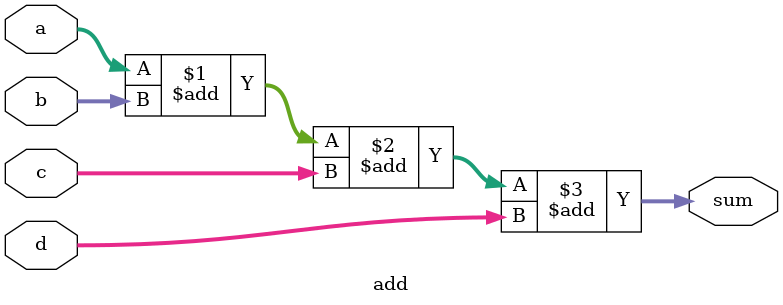
<source format=v>
module add (a,b,c,d,sum);

    input [3:0] a,b,c,d;
    output [5:0] sum;	
    assign sum=a+b+c+d;
    
endmodule
</source>
